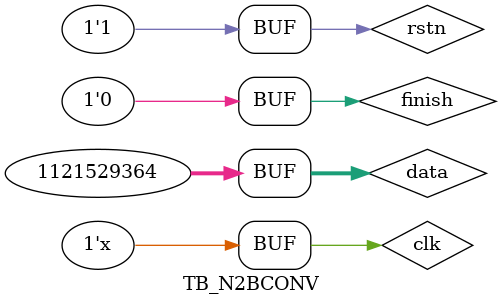
<source format=v>
`timescale 1ns / 1ps


module TB_N2BCONV;

	// Inputs
	reg clk;
	reg rstn;
	reg finish;
	reg [31:0] data;

	// Outputs
	wire [1:0] instate;
	wire [27:0] bcd;
	wire [6:0] exp;

	// Instantiate the Unit Under Test (UUT)
	SB_N2BCONV uut (
		.clk(clk), 
		.rstn(rstn), 
		.finish(finish),
		.data(data), 
		.instate(instate), 
		.bcd(bcd), 
		.exp(exp)
	);

	initial begin
		// Initialize Inputs
		clk = 0;
		data = 32'h42d92e14;
		rstn = 0;
		finish = 0;
		// Wait 100 ns for global reset to finish
		// Add stimulus here
		#10; rstn = 1;
		#50; finish = 1;
		#10; finish = 0;
	end
   always #5 clk=~clk;
endmodule


</source>
